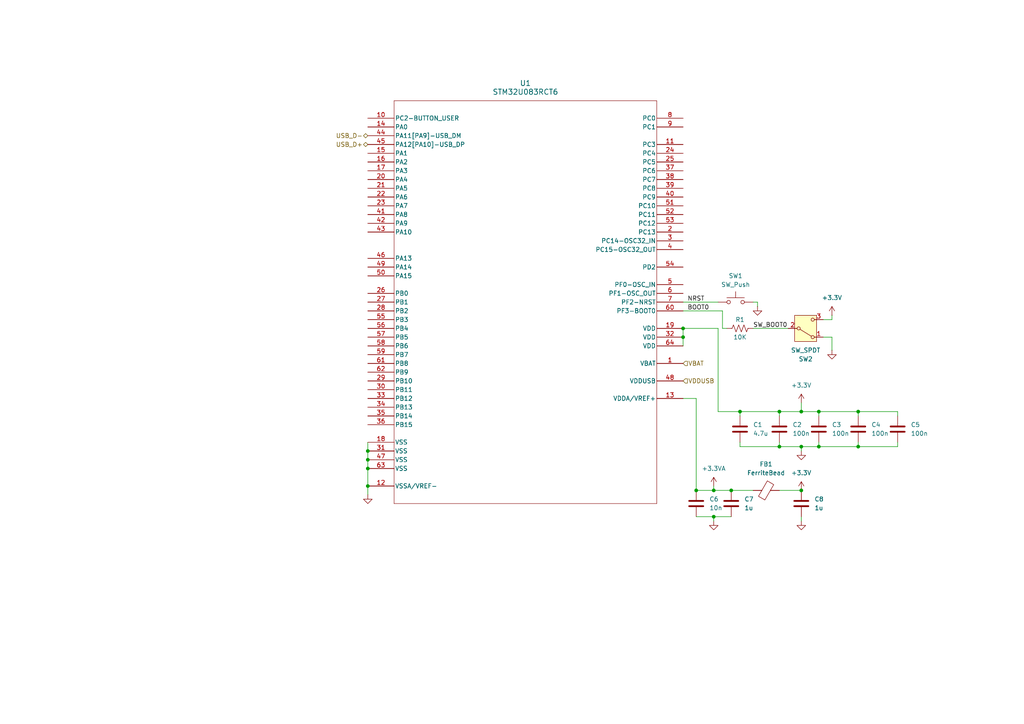
<source format=kicad_sch>
(kicad_sch (version 20231120) (generator "eeschema") (generator_version "8.0")
  (paper "A4")
  (title_block (title "Chess Timer") (rev "A") (company "tRichCS"))
  (lib_symbols
    (symbol "Device:C" (pin_numbers hide) (pin_names (offset 0.254))
      (property "Reference" "C" (at 0.635 2.54 0))
      (property "Value" "C" (at 0.635 -2.54 0))
      (symbol "C_0_1"
        (polyline (pts (xy -2.032 -0.762) (xy 2.032 -0.762)) (stroke (width 0.508)))
        (polyline (pts (xy -2.032 0.762) (xy 2.032 0.762)) (stroke (width 0.508)))
      )
      (symbol "C_1_1"
        (pin passive line (at 0 3.81 270) (length 2.794) (name "~") (number "1"))
        (pin passive line (at 0 -3.81 90) (length 2.794) (name "~") (number "2"))
      )
    )
    (symbol "Device:FerriteBead" (pin_numbers hide) (pin_names (offset 0))
      (property "Reference" "FB" (at -3.81 0.635 90))
      (property "Value" "FerriteBead" (at 3.81 0 90))
      (symbol "FerriteBead_0_1"
        (polyline (pts (xy 0 -1.27) (xy 0 -1.2192)))
        (polyline (pts (xy 0 1.27) (xy 0 1.2954)))
        (polyline (pts (xy -2.7686 0.4064) (xy -1.7018 2.2606) (xy 2.7686 -0.3048) (xy 1.6764 -2.159) (xy -2.7686 0.4064)))
      )
      (symbol "FerriteBead_1_1"
        (pin passive line (at 0 3.81 270) (length 2.54) (name "~") (number "1"))
        (pin passive line (at 0 -3.81 90) (length 2.54) (name "~") (number "2"))
      )
    )
    (symbol "Device:R_US" (pin_numbers hide) (pin_names (offset 0))
      (property "Reference" "R" (at 2.54 0 90))
      (property "Value" "R_US" (at -2.54 0 90))
      (symbol "R_US_0_1"
        (polyline (pts (xy 0 -2.286) (xy 0 -2.54)))
        (polyline (pts (xy 0 2.286) (xy 0 2.54)))
        (polyline (pts (xy 0 -0.762) (xy 1.016 -1.143) (xy 0 -1.524) (xy -1.016 -1.905) (xy 0 -2.286)))
        (polyline (pts (xy 0 0.762) (xy 1.016 0.381) (xy 0 0) (xy -1.016 -0.381) (xy 0 -0.762)))
        (polyline (pts (xy 0 2.286) (xy 1.016 1.905) (xy 0 1.524) (xy -1.016 1.143) (xy 0 0.762)))
      )
      (symbol "R_US_1_1"
        (pin passive line (at 0 3.81 270) (length 1.27) (name "~") (number "1"))
        (pin passive line (at 0 -3.81 90) (length 1.27) (name "~") (number "2"))
      )
    )
    (symbol "Switch:SW_Push" (pin_numbers hide) (pin_names (offset 1.016) hide)
      (property "Reference" "SW" (at 1.27 2.54 0))
      (property "Value" "SW_Push" (at 0 -1.524 0))
      (symbol "SW_Push_0_1"
        (circle (center -2.032 0) (radius 0.508))
        (polyline (pts (xy 0 1.27) (xy 0 3.048)))
        (polyline (pts (xy 2.54 1.27) (xy -2.54 1.27)))
        (circle (center 2.032 0) (radius 0.508))
        (pin passive line (at -5.08 0 0) (length 2.54) (name "1") (number "1"))
        (pin passive line (at 5.08 0 180) (length 2.54) (name "2") (number "2"))
      )
    )
    (symbol "Switch:SW_SPDT" (pin_names (offset 0) hide)
      (property "Reference" "SW" (at 0 5.08 0))
      (property "Value" "SW_SPDT" (at 0 -5.08 0))
      (symbol "SW_SPDT_0_1"
        (circle (center -2.032 0) (radius 0.4572))
        (polyline (pts (xy -1.651 0.254) (xy 1.651 2.286)))
        (circle (center 2.032 -2.54) (radius 0.4572))
        (circle (center 2.032 2.54) (radius 0.4572))
      )
      (symbol "SW_SPDT_1_1"
        (rectangle (start -3.175 3.81) (end 3.175 -3.81) (fill (type background)))
        (pin passive line (at 5.08 2.54 180) (length 2.54) (name "A") (number "1"))
        (pin passive line (at -5.08 0 0) (length 2.54) (name "B") (number "2"))
        (pin passive line (at 5.08 -2.54 180) (length 2.54) (name "C") (number "3"))
      )
    )
    (symbol "power:+3.3V" (power) (pin_numbers hide) (pin_names (offset 0) hide)
      (property "Value" "+3.3V" (at 0 3.556 0))
      (symbol "+3.3V_0_1"
        (polyline (pts (xy -0.762 1.27) (xy 0 2.54)))
        (polyline (pts (xy 0 0) (xy 0 2.54)))
        (polyline (pts (xy 0 2.54) (xy 0.762 1.27)))
      )
      (symbol "+3.3V_1_1"
        (pin power_in line (at 0 0 90) (length 0) (name "~") (number "1"))
      )
    )
    (symbol "power:+3.3VA" (power) (pin_numbers hide) (pin_names (offset 0) hide)
      (property "Value" "+3.3VA" (at 0 3.556 0))
      (symbol "+3.3VA_0_1"
        (polyline (pts (xy -0.762 1.27) (xy 0 2.54)))
        (polyline (pts (xy 0 0) (xy 0 2.54)))
        (polyline (pts (xy 0 2.54) (xy 0.762 1.27)))
      )
      (symbol "+3.3VA_1_1"
        (pin power_in line (at 0 0 90) (length 0) (name "~") (number "1"))
      )
    )
    (symbol "power:GND" (power) (pin_numbers hide) (pin_names (offset 0) hide)
      (property "Value" "GND" (at 0 -3.81 0))
      (symbol "GND_0_1"
        (polyline (pts (xy 0 0) (xy 0 -1.27) (xy 1.27 -1.27) (xy 0 -2.54) (xy -1.27 -1.27) (xy 0 -1.27)))
      )
      (symbol "GND_1_1"
        (pin power_in line (at 0 0 270) (length 0) (name "~") (number "1"))
      )
    )
    (symbol "stm32u083rct6:STM32U083RCT6" (pin_names (offset 0.254))
      (property "Reference" "U" (at 45.72 10.16 0))
      (property "Value" "STM32U083RCT6" (at 45.72 7.62 0))
      (symbol "STM32U083RCT6_0_1"
        (polyline (pts (xy 7.62 -111.76) (xy 83.82 -111.76)) (stroke (width 0.127)))
        (polyline (pts (xy 7.62 5.08) (xy 7.62 -111.76)) (stroke (width 0.127)))
        (polyline (pts (xy 83.82 -111.76) (xy 83.82 5.08)) (stroke (width 0.127)))
        (polyline (pts (xy 83.82 5.08) (xy 7.62 5.08)) (stroke (width 0.127)))
        (pin power_in line (at 91.44 -71.12 180) (length 7.62) (name "VBAT") (number "1"))
        (pin unspecified line (at 0 0 0) (length 7.62) (name "PC2-BUTTON_USER") (number "10"))
        (pin bidirectional line (at 91.44 -7.62 180) (length 7.62) (name "PC3") (number "11"))
        (pin power_in line (at 0 -106.68 0) (length 7.62) (name "VSSA/VREF-") (number "12"))
        (pin power_in line (at 91.44 -81.28 180) (length 7.62) (name "VDDA/VREF+") (number "13"))
        (pin bidirectional line (at 0 -2.54 0) (length 7.62) (name "PA0") (number "14"))
        (pin bidirectional line (at 0 -10.16 0) (length 7.62) (name "PA1") (number "15"))
        (pin bidirectional line (at 0 -12.7 0) (length 7.62) (name "PA2") (number "16"))
        (pin bidirectional line (at 0 -15.24 0) (length 7.62) (name "PA3") (number "17"))
        (pin power_in line (at 0 -93.98 0) (length 7.62) (name "VSS") (number "18"))
        (pin power_in line (at 91.44 -60.96 180) (length 7.62) (name "VDD") (number "19"))
        (pin bidirectional line (at 91.44 -33.02 180) (length 7.62) (name "PC13") (number "2"))
        (pin bidirectional line (at 0 -17.78 0) (length 7.62) (name "PA4") (number "20"))
        (pin bidirectional line (at 0 -20.32 0) (length 7.62) (name "PA5") (number "21"))
        (pin bidirectional line (at 0 -22.86 0) (length 7.62) (name "PA6") (number "22"))
        (pin bidirectional line (at 0 -25.4 0) (length 7.62) (name "PA7") (number "23"))
        (pin bidirectional line (at 91.44 -10.16 180) (length 7.62) (name "PC4") (number "24"))
        (pin bidirectional line (at 91.44 -12.7 180) (length 7.62) (name "PC5") (number "25"))
        (pin bidirectional line (at 0 -50.8 0) (length 7.62) (name "PB0") (number "26"))
        (pin bidirectional line (at 0 -53.34 0) (length 7.62) (name "PB1") (number "27"))
        (pin bidirectional line (at 0 -55.88 0) (length 7.62) (name "PB2") (number "28"))
        (pin bidirectional line (at 0 -76.2 0) (length 7.62) (name "PB10") (number "29"))
        (pin bidirectional line (at 91.44 -35.56 180) (length 7.62) (name "PC14-OSC32_IN") (number "3"))
        (pin bidirectional line (at 0 -78.74 0) (length 7.62) (name "PB11") (number "30"))
        (pin power_in line (at 0 -96.52 0) (length 7.62) (name "VSS") (number "31"))
        (pin power_in line (at 91.44 -63.5 180) (length 7.62) (name "VDD") (number "32"))
        (pin bidirectional line (at 0 -81.28 0) (length 7.62) (name "PB12") (number "33"))
        (pin bidirectional line (at 0 -83.82 0) (length 7.62) (name "PB13") (number "34"))
        (pin bidirectional line (at 0 -86.36 0) (length 7.62) (name "PB14") (number "35"))
        (pin bidirectional line (at 0 -88.9 0) (length 7.62) (name "PB15") (number "36"))
        (pin bidirectional line (at 91.44 -15.24 180) (length 7.62) (name "PC6") (number "37"))
        (pin bidirectional line (at 91.44 -17.78 180) (length 7.62) (name "PC7") (number "38"))
        (pin bidirectional line (at 91.44 -20.32 180) (length 7.62) (name "PC8") (number "39"))
        (pin bidirectional line (at 91.44 -38.1 180) (length 7.62) (name "PC15-OSC32_OUT") (number "4"))
        (pin bidirectional line (at 91.44 -22.86 180) (length 7.62) (name "PC9") (number "40"))
        (pin bidirectional line (at 0 -27.94 0) (length 7.62) (name "PA8") (number "41"))
        (pin bidirectional line (at 0 -30.48 0) (length 7.62) (name "PA9") (number "42"))
        (pin bidirectional line (at 0 -33.02 0) (length 7.62) (name "PA10") (number "43"))
        (pin unspecified line (at 0 -5.08 0) (length 7.62) (name "PA11[PA9]-USB_DM") (number "44"))
        (pin unspecified line (at 0 -7.62 0) (length 7.62) (name "PA12[PA10]-USB_DP") (number "45"))
        (pin bidirectional line (at 0 -40.64 0) (length 7.62) (name "PA13") (number "46"))
        (pin power_in line (at 0 -99.06 0) (length 7.62) (name "VSS") (number "47"))
        (pin power_in line (at 91.44 -76.2 180) (length 7.62) (name "VDDUSB") (number "48"))
        (pin bidirectional line (at 0 -43.18 0) (length 7.62) (name "PA14") (number "49"))
        (pin bidirectional line (at 91.44 -48.26 180) (length 7.62) (name "PF0-OSC_IN") (number "5"))
        (pin bidirectional line (at 0 -45.72 0) (length 7.62) (name "PA15") (number "50"))
        (pin bidirectional line (at 91.44 -25.4 180) (length 7.62) (name "PC10") (number "51"))
        (pin bidirectional line (at 91.44 -27.94 180) (length 7.62) (name "PC11") (number "52"))
        (pin bidirectional line (at 91.44 -30.48 180) (length 7.62) (name "PC12") (number "53"))
        (pin bidirectional line (at 91.44 -43.18 180) (length 7.62) (name "PD2") (number "54"))
        (pin bidirectional line (at 0 -58.42 0) (length 7.62) (name "PB3") (number "55"))
        (pin bidirectional line (at 0 -60.96 0) (length 7.62) (name "PB4") (number "56"))
        (pin bidirectional line (at 0 -63.5 0) (length 7.62) (name "PB5") (number "57"))
        (pin bidirectional line (at 0 -66.04 0) (length 7.62) (name "PB6") (number "58"))
        (pin bidirectional line (at 0 -68.58 0) (length 7.62) (name "PB7") (number "59"))
        (pin bidirectional line (at 91.44 -50.8 180) (length 7.62) (name "PF1-OSC_OUT") (number "6"))
        (pin bidirectional line (at 91.44 -55.88 180) (length 7.62) (name "PF3-BOOT0") (number "60"))
        (pin bidirectional line (at 0 -71.12 0) (length 7.62) (name "PB8") (number "61"))
        (pin bidirectional line (at 0 -73.66 0) (length 7.62) (name "PB9") (number "62"))
        (pin power_in line (at 0 -101.6 0) (length 7.62) (name "VSS") (number "63"))
        (pin power_in line (at 91.44 -66.04 180) (length 7.62) (name "VDD") (number "64"))
        (pin bidirectional line (at 91.44 -53.34 180) (length 7.62) (name "PF2-NRST") (number "7"))
        (pin bidirectional line (at 91.44 0 180) (length 7.62) (name "PC0") (number "8"))
        (pin bidirectional line (at 91.44 -2.54 180) (length 7.62) (name "PC1") (number "9"))
      )
    )
  )
  (junction (at 198.12 97.79))
  (junction (at 237.49 119.38))
  (junction (at 232.41 142.24))
  (junction (at 106.68 130.81))
  (junction (at 248.92 119.38))
  (junction (at 207.01 142.24))
  (junction (at 237.49 129.54))
  (junction (at 106.68 133.35))
  (junction (at 106.68 135.89))
  (junction (at 232.41 129.54))
  (junction (at 226.06 119.38))
  (junction (at 226.06 129.54))
  (junction (at 214.63 119.38))
  (junction (at 212.09 142.24))
  (junction (at 248.92 129.54))
  (junction (at 207.01 149.86))
  (junction (at 198.12 95.25))
  (junction (at 232.41 119.38))
  (junction (at 201.93 142.24))
  (junction (at 106.68 140.97))
  (wire (pts (xy 207.01 140.97) (xy 207.01 142.24)))
  (wire (pts (xy 214.63 129.54) (xy 226.06 129.54)))
  (wire (pts (xy 226.06 119.38) (xy 214.63 119.38)))
  (wire (pts (xy 260.35 129.54) (xy 260.35 128.27)))
  (wire (pts (xy 198.12 87.63) (xy 208.28 87.63)))
  (wire (pts (xy 209.55 90.17) (xy 209.55 95.25)))
  (wire (pts (xy 214.63 129.54) (xy 214.63 128.27)))
  (wire (pts (xy 237.49 119.38) (xy 248.92 119.38)))
  (wire (pts (xy 241.3 97.79) (xy 241.3 101.6)))
  (wire (pts (xy 106.68 140.97) (xy 106.68 135.89)))
  (wire (pts (xy 232.41 130.81) (xy 232.41 129.54)))
  (wire (pts (xy 201.93 142.24) (xy 207.01 142.24)))
  (wire (pts (xy 207.01 151.13) (xy 207.01 149.86)))
  (wire (pts (xy 106.68 135.89) (xy 106.68 133.35)))
  (wire (pts (xy 218.44 95.25) (xy 228.6 95.25)))
  (wire (pts (xy 198.12 95.25) (xy 198.12 97.79)))
  (wire (pts (xy 238.76 92.71) (xy 241.3 92.71)))
  (wire (pts (xy 207.01 142.24) (xy 212.09 142.24)))
  (wire (pts (xy 201.93 149.86) (xy 207.01 149.86)))
  (wire (pts (xy 198.12 90.17) (xy 209.55 90.17)))
  (wire (pts (xy 226.06 119.38) (xy 226.06 120.65)))
  (wire (pts (xy 248.92 129.54) (xy 260.35 129.54)))
  (wire (pts (xy 214.63 119.38) (xy 214.63 120.65)))
  (wire (pts (xy 226.06 129.54) (xy 226.06 128.27)))
  (wire (pts (xy 237.49 129.54) (xy 237.49 128.27)))
  (wire (pts (xy 232.41 119.38) (xy 237.49 119.38)))
  (wire (pts (xy 232.41 116.84) (xy 232.41 119.38)))
  (wire (pts (xy 238.76 97.79) (xy 241.3 97.79)))
  (wire (pts (xy 212.09 142.24) (xy 218.44 142.24)))
  (wire (pts (xy 232.41 129.54) (xy 237.49 129.54)))
  (wire (pts (xy 208.28 95.25) (xy 208.28 119.38)))
  (wire (pts (xy 248.92 129.54) (xy 248.92 128.27)))
  (wire (pts (xy 106.68 130.81) (xy 106.68 133.35)))
  (wire (pts (xy 201.93 115.57) (xy 198.12 115.57)))
  (wire (pts (xy 207.01 149.86) (xy 212.09 149.86)))
  (wire (pts (xy 248.92 119.38) (xy 260.35 119.38)))
  (wire (pts (xy 260.35 119.38) (xy 260.35 120.65)))
  (wire (pts (xy 198.12 95.25) (xy 208.28 95.25)))
  (wire (pts (xy 208.28 119.38) (xy 214.63 119.38)))
  (wire (pts (xy 201.93 142.24) (xy 201.93 115.57)))
  (wire (pts (xy 232.41 129.54) (xy 226.06 129.54)))
  (wire (pts (xy 106.68 143.51) (xy 106.68 140.97)))
  (wire (pts (xy 106.68 128.27) (xy 106.68 130.81)))
  (wire (pts (xy 232.41 119.38) (xy 226.06 119.38)))
  (wire (pts (xy 209.55 95.25) (xy 210.82 95.25)))
  (wire (pts (xy 237.49 119.38) (xy 237.49 120.65)))
  (wire (pts (xy 248.92 119.38) (xy 248.92 120.65)))
  (wire (pts (xy 219.71 87.63) (xy 218.44 87.63)))
  (wire (pts (xy 219.71 87.63) (xy 219.71 88.9)))
  (wire (pts (xy 237.49 129.54) (xy 248.92 129.54)))
  (wire (pts (xy 226.06 142.24) (xy 232.41 142.24)))
  (wire (pts (xy 198.12 97.79) (xy 198.12 100.33)))
  (wire (pts (xy 241.3 92.71) (xy 241.3 91.44)))
  (wire (pts (xy 232.41 151.13) (xy 232.41 149.86)))
  (label "BOOT0" (at 199.39 90.17 0))
  (label "SW_BOOT0" (at 218.44 95.25 0))
  (label "NRST" (at 199.39 87.63 0))
  (hierarchical_label "USB_D-" (shape bidirectional) (at 106.68 39.37 180))
  (hierarchical_label "VBAT" (shape input) (at 198.12 105.41 0))
  (hierarchical_label "USB_D+" (shape bidirectional) (at 106.68 41.91 180))
  (hierarchical_label "VDDUSB" (shape input) (at 198.12 110.49 0))
  (symbol (lib_id "Device:FerriteBead") (at 222.25 142.24 90) (unit 1)
    (property "Reference" "FB1" (at 222.1992 134.62 90))
    (property "Value" "FerriteBead" (at 222.1992 137.16 90))
    (property "Description" "Ferrite bead" (effects (hide yes)))
  )
  (symbol (lib_id "power:GND") (at 232.41 151.13 0) (unit 1)
    (property "Reference" "#PWR07" (effects (hide yes)))
    (property "Value" "GND" (effects (hide yes)))
    (property "Description" "Power symbol creates a global label with name \"GND\" , ground" (effects (hide yes)))
  )
  (symbol (lib_id "power:GND") (at 106.68 143.51 0) (unit 1)
    (property "Reference" "#PWR01" (effects (hide yes)))
    (property "Value" "GND" (effects (hide yes)))
    (property "Description" "Power symbol creates a global label with name \"GND\" , ground" (effects (hide yes)))
  )
  (symbol (lib_id "power:GND") (at 207.01 151.13 0) (unit 1)
    (property "Reference" "#PWR05" (effects (hide yes)))
    (property "Value" "GND" (effects (hide yes)))
    (property "Description" "Power symbol creates a global label with name \"GND\" , ground" (effects (hide yes)))
  )
  (symbol (lib_id "Device:C") (at 237.49 124.46 0) (unit 1)
    (property "Reference" "C3" (at 241.3 123.1899 0) (effects (justify left)))
    (property "Value" "100n" (at 241.3 125.7299 0) (effects (justify left)))
    (property "Description" "Unpolarized capacitor" (effects (hide yes)))
  )
  (symbol (lib_id "power:+3.3V") (at 232.41 116.84 0) (unit 1)
    (property "Reference" "#PWR02" (effects (hide yes)))
    (property "Value" "+3.3V" (at 232.41 111.76 0))
    (property "Description" "Power symbol creates a global label with name \"+3.3V\"" (effects (hide yes)))
  )
  (symbol (lib_id "Device:C") (at 201.93 146.05 0) (unit 1)
    (property "Reference" "C6" (at 205.74 144.7799 0) (effects (justify left)))
    (property "Value" "10n" (at 205.74 147.3199 0) (effects (justify left)))
    (property "Description" "Unpolarized capacitor" (effects (hide yes)))
  )
  (symbol (lib_id "power:+3.3VA") (at 207.01 140.97 0) (unit 1)
    (property "Reference" "#PWR04" (effects (hide yes)))
    (property "Value" "+3.3VA" (at 207.01 135.89 0))
    (property "Description" "Power symbol creates a global label with name \"+3.3VA\"" (effects (hide yes)))
  )
  (symbol (lib_id "power:GND") (at 219.71 88.9 0) (unit 1)
    (property "Reference" "#PWR08" (effects (hide yes)))
    (property "Value" "GND" (effects (hide yes)))
    (property "Description" "Power symbol creates a global label with name \"GND\" , ground" (effects (hide yes)))
  )
  (symbol (lib_id "Device:R_US") (at 214.63 95.25 90) (unit 1)
    (property "Reference" "R1" (at 214.63 92.71 90))
    (property "Value" "10K" (at 214.63 97.79 90))
    (property "Description" "Resistor, US symbol" (effects (hide yes)))
  )
  (symbol (lib_id "Device:C") (at 214.63 124.46 0) (unit 1)
    (property "Reference" "C1" (at 218.44 123.1899 0) (effects (justify left)))
    (property "Value" "4.7u" (at 218.44 125.7299 0) (effects (justify left)))
    (property "Description" "Unpolarized capacitor" (effects (hide yes)))
  )
  (symbol (lib_id "power:+3.3V") (at 241.3 91.44 0) (unit 1)
    (property "Reference" "#PWR010" (effects (hide yes)))
    (property "Value" "+3.3V" (at 241.3 86.36 0))
    (property "Description" "Power symbol creates a global label with name \"+3.3V\"" (effects (hide yes)))
  )
  (symbol (lib_id "power:GND") (at 232.41 130.81 0) (unit 1)
    (property "Reference" "#PWR03" (effects (hide yes)))
    (property "Value" "GND" (effects (hide yes)))
    (property "Description" "Power symbol creates a global label with name \"GND\" , ground" (effects (hide yes)))
  )
  (symbol (lib_id "stm32u083rct6:STM32U083RCT6") (at 106.68 34.29 0) (unit 1)
    (property "Reference" "U1" (at 152.4 24.13 0) (effects (font (size 1.524 1.524))))
    (property "Value" "STM32U083RCT6" (at 152.4 26.67 0) (effects (font (size 1.524 1.524))))
    (property "Footprint" "STM32U083RCT6:LQFP64_STM" (effects (hide yes)))
    (property "Datasheet" "STM32U083RCT6" (effects (hide yes)))
  )
  (symbol (lib_id "Device:C") (at 212.09 146.05 0) (unit 1)
    (property "Reference" "C7" (at 215.9 144.7799 0) (effects (justify left)))
    (property "Value" "1u" (at 215.9 147.3199 0) (effects (justify left)))
    (property "Description" "Unpolarized capacitor" (effects (hide yes)))
  )
  (symbol (lib_id "power:GND") (at 241.3 101.6 0) (unit 1)
    (property "Reference" "#PWR09" (effects (hide yes)))
    (property "Value" "GND" (effects (hide yes)))
    (property "Description" "Power symbol creates a global label with name \"GND\" , ground" (effects (hide yes)))
  )
  (symbol (lib_id "Switch:SW_SPDT") (at 233.68 95.25 0) (mirror x) (unit 1)
    (property "Reference" "SW2" (at 233.68 104.14 0))
    (property "Value" "SW_SPDT" (at 233.68 101.6 0))
    (property "Description" "Switch, single pole double throw" (effects (hide yes)))
  )
  (symbol (lib_id "Device:C") (at 232.41 146.05 0) (unit 1)
    (property "Reference" "C8" (at 236.22 144.7799 0) (effects (justify left)))
    (property "Value" "1u" (at 236.22 147.3199 0) (effects (justify left)))
    (property "Description" "Unpolarized capacitor" (effects (hide yes)))
  )
  (symbol (lib_id "Device:C") (at 248.92 124.46 0) (unit 1)
    (property "Reference" "C4" (at 252.73 123.1899 0) (effects (justify left)))
    (property "Value" "100n" (at 252.73 125.7299 0) (effects (justify left)))
    (property "Description" "Unpolarized capacitor" (effects (hide yes)))
  )
  (symbol (lib_id "Switch:SW_Push") (at 213.36 87.63 0) (unit 1)
    (property "Reference" "SW1" (at 213.36 80.01 0))
    (property "Value" "SW_Push" (at 213.36 82.55 0))
    (property "Description" "Push button switch, generic, two pins" (effects (hide yes)))
  )
  (symbol (lib_id "power:+3.3V") (at 232.41 142.24 0) (unit 1)
    (property "Reference" "#PWR06" (effects (hide yes)))
    (property "Value" "+3.3V" (at 232.41 137.16 0))
    (property "Description" "Power symbol creates a global label with name \"+3.3V\"" (effects (hide yes)))
  )
  (symbol (lib_id "Device:C") (at 260.35 124.46 0) (unit 1)
    (property "Reference" "C5" (at 264.16 123.1899 0) (effects (justify left)))
    (property "Value" "100n" (at 264.16 125.7299 0) (effects (justify left)))
    (property "Description" "Unpolarized capacitor" (effects (hide yes)))
  )
  (symbol (lib_id "Device:C") (at 226.06 124.46 0) (unit 1)
    (property "Reference" "C2" (at 229.87 123.1899 0) (effects (justify left)))
    (property "Value" "100n" (at 229.87 125.7299 0) (effects (justify left)))
    (property "Description" "Unpolarized capacitor" (effects (hide yes)))
  )
)
</source>
